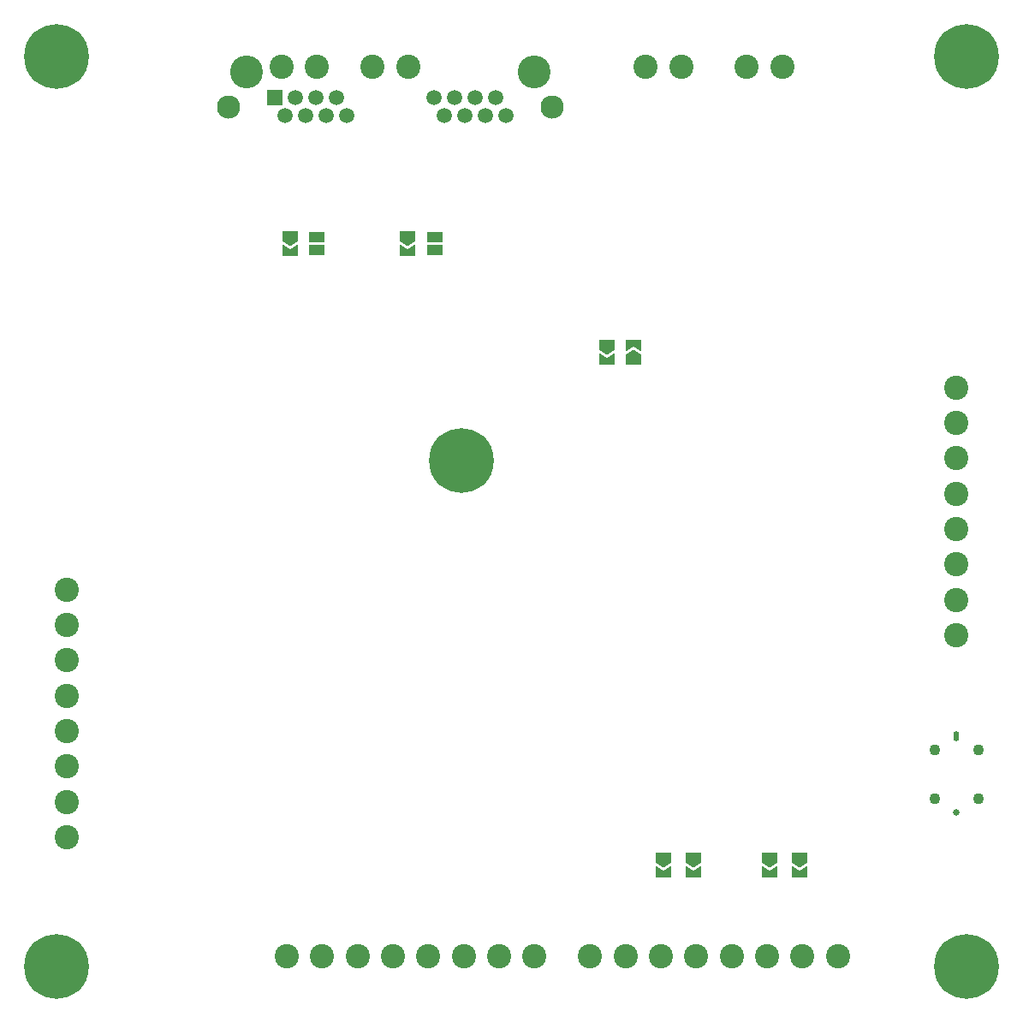
<source format=gbr>
%TF.GenerationSoftware,KiCad,Pcbnew,6.0.4-6f826c9f35~116~ubuntu20.04.1*%
%TF.CreationDate,2022-04-11T11:12:28+02:00*%
%TF.ProjectId,canbrd,63616e62-7264-42e6-9b69-6361645f7063,1.1*%
%TF.SameCoordinates,Original*%
%TF.FileFunction,Soldermask,Bot*%
%TF.FilePolarity,Negative*%
%FSLAX46Y46*%
G04 Gerber Fmt 4.6, Leading zero omitted, Abs format (unit mm)*
G04 Created by KiCad (PCBNEW 6.0.4-6f826c9f35~116~ubuntu20.04.1) date 2022-04-11 11:12:28*
%MOMM*%
%LPD*%
G01*
G04 APERTURE LIST*
G04 Aperture macros list*
%AMFreePoly0*
4,1,6,1.000000,0.000000,0.500000,-0.750000,-0.500000,-0.750000,-0.500000,0.750000,0.500000,0.750000,1.000000,0.000000,1.000000,0.000000,$1*%
%AMFreePoly1*
4,1,6,0.500000,-0.750000,-0.650000,-0.750000,-0.150000,0.000000,-0.650000,0.750000,0.500000,0.750000,0.500000,-0.750000,0.500000,-0.750000,$1*%
G04 Aperture macros list end*
%ADD10C,2.400000*%
%ADD11C,0.800000*%
%ADD12C,6.400000*%
%ADD13O,0.580000X1.000000*%
%ADD14C,0.660000*%
%ADD15C,1.100000*%
%ADD16C,3.250000*%
%ADD17R,1.500000X1.500000*%
%ADD18C,1.500000*%
%ADD19C,2.300000*%
%ADD20FreePoly0,270.000000*%
%ADD21FreePoly1,270.000000*%
%ADD22R,1.500000X1.000000*%
%ADD23FreePoly0,90.000000*%
%ADD24FreePoly1,90.000000*%
G04 APERTURE END LIST*
D10*
%TO.C,J11*%
X127750000Y-144000000D03*
X131250000Y-144000000D03*
X134750000Y-144000000D03*
X138250000Y-144000000D03*
X141750000Y-144000000D03*
X145250000Y-144000000D03*
X148750000Y-144000000D03*
X152250000Y-144000000D03*
%TD*%
%TO.C,J8*%
X194000000Y-112250000D03*
X194000000Y-108750000D03*
X194000000Y-105250000D03*
X194000000Y-101750000D03*
X194000000Y-98250000D03*
X194000000Y-94750000D03*
X194000000Y-91250000D03*
X194000000Y-87750000D03*
%TD*%
D11*
%TO.C,H1*%
X106697056Y-56697056D03*
X107400000Y-55000000D03*
X103302944Y-53302944D03*
X102600000Y-55000000D03*
X103302944Y-56697056D03*
D12*
X105000000Y-55000000D03*
D11*
X105000000Y-57400000D03*
X105000000Y-52600000D03*
X106697056Y-53302944D03*
%TD*%
D10*
%TO.C,J7*%
X139750000Y-56000000D03*
X136250000Y-56000000D03*
%TD*%
%TO.C,J3*%
X166750000Y-56000000D03*
X163250000Y-56000000D03*
%TD*%
%TO.C,J6*%
X130750000Y-56000000D03*
X127250000Y-56000000D03*
%TD*%
%TO.C,J4*%
X176750000Y-56000000D03*
X173250000Y-56000000D03*
%TD*%
D11*
%TO.C,H2*%
X193302944Y-56697056D03*
D12*
X195000000Y-55000000D03*
D11*
X195000000Y-57400000D03*
X196697056Y-53302944D03*
X197400000Y-55000000D03*
X195000000Y-52600000D03*
X192600000Y-55000000D03*
X196697056Y-56697056D03*
X193302944Y-53302944D03*
%TD*%
D10*
%TO.C,J9*%
X106000000Y-107750000D03*
X106000000Y-111250000D03*
X106000000Y-114750000D03*
X106000000Y-118250000D03*
X106000000Y-121750000D03*
X106000000Y-125250000D03*
X106000000Y-128750000D03*
X106000000Y-132250000D03*
%TD*%
D11*
%TO.C,H3*%
X142600000Y-95000000D03*
X147400000Y-95000000D03*
X145000000Y-97400000D03*
X143302944Y-93302944D03*
X143302944Y-96697056D03*
D12*
X145000000Y-95000000D03*
D11*
X146697056Y-93302944D03*
X146697056Y-96697056D03*
X145000000Y-92600000D03*
%TD*%
D13*
%TO.C,J10*%
X194000000Y-122250000D03*
D14*
X194000000Y-129750000D03*
D15*
X196150000Y-128400000D03*
X191850000Y-123600000D03*
X191850000Y-128400000D03*
X196150000Y-123600000D03*
%TD*%
D16*
%TO.C,J5*%
X123780000Y-56585000D03*
X152230000Y-56585000D03*
D17*
X126570000Y-59125000D03*
D18*
X127586000Y-60905000D03*
X128602000Y-59125000D03*
X129618000Y-60905000D03*
X130634000Y-59125000D03*
X131650000Y-60905000D03*
X132666000Y-59125000D03*
X133682000Y-60905000D03*
X142320000Y-59125000D03*
X143336000Y-60905000D03*
X144352000Y-59125000D03*
X145368000Y-60905000D03*
X146384000Y-59125000D03*
X147400000Y-60905000D03*
X148416000Y-59125000D03*
X149432000Y-60905000D03*
D19*
X154000000Y-60015000D03*
X122000000Y-60015000D03*
%TD*%
D10*
%TO.C,J12*%
X157750000Y-144000000D03*
X161250000Y-144000000D03*
X164750000Y-144000000D03*
X168250000Y-144000000D03*
X171750000Y-144000000D03*
X175250000Y-144000000D03*
X178750000Y-144000000D03*
X182250000Y-144000000D03*
%TD*%
D11*
%TO.C,H4*%
X106697056Y-146697056D03*
X103302944Y-143302944D03*
X107400000Y-145000000D03*
X106697056Y-143302944D03*
X103302944Y-146697056D03*
X102600000Y-145000000D03*
D12*
X105000000Y-145000000D03*
D11*
X105000000Y-142600000D03*
X105000000Y-147400000D03*
%TD*%
%TO.C,H5*%
X192600000Y-145000000D03*
X197400000Y-145000000D03*
X195000000Y-142600000D03*
X195000000Y-147400000D03*
X196697056Y-143302944D03*
X193302944Y-143302944D03*
D12*
X195000000Y-145000000D03*
D11*
X193302944Y-146697056D03*
X196697056Y-146697056D03*
%TD*%
D20*
%TO.C,JP6*%
X168000000Y-134275000D03*
D21*
X168000000Y-135725000D03*
%TD*%
D20*
%TO.C,JP8*%
X178500000Y-134275000D03*
D21*
X178500000Y-135725000D03*
%TD*%
D20*
%TO.C,JP2*%
X128100000Y-72775000D03*
D21*
X128100000Y-74225000D03*
%TD*%
D20*
%TO.C,JP3*%
X139700000Y-72775000D03*
D21*
X139700000Y-74225000D03*
%TD*%
D20*
%TO.C,JP5*%
X165000000Y-134275000D03*
D21*
X165000000Y-135725000D03*
%TD*%
D22*
%TO.C,JP4*%
X130700000Y-74150000D03*
X130700000Y-72850000D03*
%TD*%
%TO.C,JP1*%
X142400000Y-74150000D03*
X142400000Y-72850000D03*
%TD*%
D20*
%TO.C,JP11*%
X159408035Y-83575000D03*
D21*
X159408035Y-85025000D03*
%TD*%
D23*
%TO.C,JP10*%
X162008035Y-85025000D03*
D24*
X162008035Y-83575000D03*
%TD*%
D20*
%TO.C,JP7*%
X175500000Y-134275000D03*
D21*
X175500000Y-135725000D03*
%TD*%
M02*

</source>
